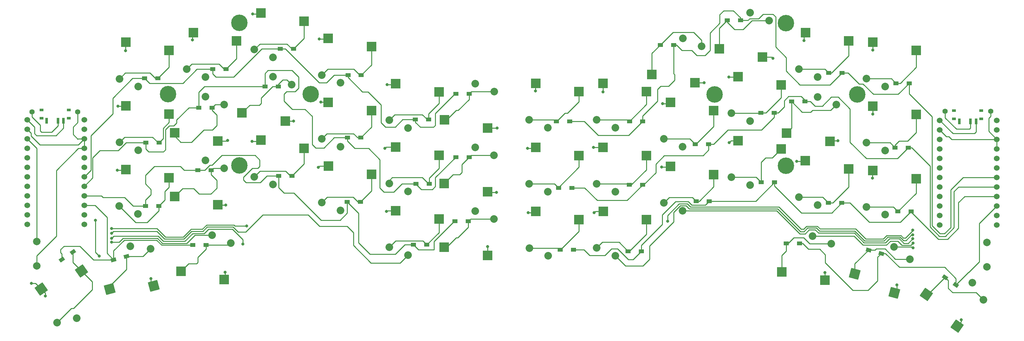
<source format=gbr>
%TF.GenerationSoftware,KiCad,Pcbnew,(6.0.5-0)*%
%TF.CreationDate,2022-07-02T18:36:44-07:00*%
%TF.ProjectId,Swept_3x6,53776570-745f-4337-9836-2e6b69636164,rev?*%
%TF.SameCoordinates,Original*%
%TF.FileFunction,Copper,L2,Bot*%
%TF.FilePolarity,Positive*%
%FSLAX46Y46*%
G04 Gerber Fmt 4.6, Leading zero omitted, Abs format (unit mm)*
G04 Created by KiCad (PCBNEW (6.0.5-0)) date 2022-07-02 18:36:44*
%MOMM*%
%LPD*%
G01*
G04 APERTURE LIST*
G04 Aperture macros list*
%AMRotRect*
0 Rectangle, with rotation*
0 The origin of the aperture is its center*
0 $1 length*
0 $2 width*
0 $3 Rotation angle, in degrees counterclockwise*
0 Add horizontal line*
21,1,$1,$2,0,0,$3*%
G04 Aperture macros list end*
%TA.AperFunction,ComponentPad*%
%ADD10C,1.524000*%
%TD*%
%TA.AperFunction,ComponentPad*%
%ADD11C,2.032000*%
%TD*%
%TA.AperFunction,SMDPad,CuDef*%
%ADD12R,2.600000X2.600000*%
%TD*%
%TA.AperFunction,SMDPad,CuDef*%
%ADD13RotRect,2.600000X2.600000X165.000000*%
%TD*%
%TA.AperFunction,ComponentPad*%
%ADD14C,2.000000*%
%TD*%
%TA.AperFunction,ComponentPad*%
%ADD15C,4.400000*%
%TD*%
%TA.AperFunction,SMDPad,CuDef*%
%ADD16RotRect,2.600000X2.600000X195.000000*%
%TD*%
%TA.AperFunction,SMDPad,CuDef*%
%ADD17RotRect,2.600000X2.600000X145.000000*%
%TD*%
%TA.AperFunction,ComponentPad*%
%ADD18C,1.397000*%
%TD*%
%TA.AperFunction,SMDPad,CuDef*%
%ADD19RotRect,2.600000X2.600000X35.000000*%
%TD*%
%TA.AperFunction,SMDPad,CuDef*%
%ADD20R,1.400000X1.000000*%
%TD*%
%TA.AperFunction,SMDPad,CuDef*%
%ADD21R,1.000000X0.800000*%
%TD*%
%TA.AperFunction,SMDPad,CuDef*%
%ADD22R,0.700000X1.500000*%
%TD*%
%TA.AperFunction,SMDPad,CuDef*%
%ADD23RotRect,1.400000X1.000000X145.000000*%
%TD*%
%TA.AperFunction,SMDPad,CuDef*%
%ADD24RotRect,1.400000X1.000000X35.000000*%
%TD*%
%TA.AperFunction,SMDPad,CuDef*%
%ADD25RotRect,1.400000X1.000000X165.000000*%
%TD*%
%TA.AperFunction,SMDPad,CuDef*%
%ADD26RotRect,1.400000X1.000000X15.000000*%
%TD*%
%TA.AperFunction,ViaPad*%
%ADD27C,0.800000*%
%TD*%
%TA.AperFunction,Conductor*%
%ADD28C,0.250000*%
%TD*%
G04 APERTURE END LIST*
D10*
%TO.P,U1,1,TX*%
%TO.N,unconnected-(U1-Pad1)*%
X277659800Y-49850000D03*
%TO.P,U1,2,RX*%
%TO.N,unconnected-(U1-Pad2)*%
X277659800Y-52390000D03*
%TO.P,U1,3,GND*%
%TO.N,gnd*%
X277659800Y-54930000D03*
%TO.P,U1,4,GND*%
X277659800Y-57470000D03*
%TO.P,U1,5,SDA*%
%TO.N,unconnected-(U1-Pad5)*%
X277659800Y-60010000D03*
%TO.P,U1,6,SCL*%
%TO.N,unconnected-(U1-Pad6)*%
X277659800Y-62550000D03*
%TO.P,U1,7,D4*%
%TO.N,row_0*%
X277659800Y-65090000D03*
%TO.P,U1,8,C6*%
%TO.N,row_1*%
X277659800Y-67630000D03*
%TO.P,U1,9,D7*%
%TO.N,row_2*%
X277659800Y-70170000D03*
%TO.P,U1,10,E6*%
%TO.N,row_3*%
X277659800Y-72710000D03*
%TO.P,U1,11,B4*%
%TO.N,unconnected-(U1-Pad11)*%
X277659800Y-75250000D03*
%TO.P,U1,12,B5*%
%TO.N,unconnected-(U1-Pad12)*%
X277659800Y-77790000D03*
%TO.P,U1,13,B6*%
%TO.N,unconnected-(U1-Pad13)*%
X262439800Y-77790000D03*
%TO.P,U1,14,B2*%
%TO.N,unconnected-(U1-Pad14)*%
X262439800Y-75250000D03*
%TO.P,U1,15,B3*%
%TO.N,col5*%
X262439800Y-72710000D03*
%TO.P,U1,16,B1*%
%TO.N,col4*%
X262439800Y-70170000D03*
%TO.P,U1,17,F7*%
%TO.N,col3*%
X262439800Y-67630000D03*
%TO.P,U1,18,F6*%
%TO.N,col2*%
X262439800Y-65090000D03*
%TO.P,U1,19,F5*%
%TO.N,col1*%
X262439800Y-62550000D03*
%TO.P,U1,20,F4*%
%TO.N,col0*%
X262439800Y-60010000D03*
%TO.P,U1,21,VCC*%
%TO.N,vcc*%
X262439800Y-57470000D03*
%TO.P,U1,22,RST*%
%TO.N,reset*%
X262439800Y-54930000D03*
%TO.P,U1,23,GND*%
%TO.N,gnd*%
X262439800Y-52390000D03*
%TO.P,U1,24,RAW*%
%TO.N,raw*%
X262439800Y-49850000D03*
%TD*%
D11*
%TO.P,SW16,1,1*%
%TO.N,col2*%
X193776600Y-74022800D03*
D12*
X190501600Y-62172800D03*
%TO.P,SW16,2,2*%
%TO.N,Net-(D14-Pad2)*%
X202051600Y-64372800D03*
D11*
X188776600Y-71922800D03*
%TD*%
D12*
%TO.P,SW20,1,1*%
%TO.N,col3*%
X231748000Y-92589400D03*
D11*
X228473000Y-80739400D03*
%TO.P,SW20,2,2*%
%TO.N,Net-(D18-Pad2)*%
X233473000Y-82839400D03*
D12*
X220198000Y-90389400D03*
%TD*%
D11*
%TO.P,SW15,1,1*%
%TO.N,col1*%
X175818800Y-86037000D03*
D12*
X172543800Y-74187000D03*
D11*
%TO.P,SW15,2,2*%
%TO.N,Net-(D13-Pad2)*%
X170818800Y-83937000D03*
D12*
X184093800Y-76387000D03*
%TD*%
D11*
%TO.P,SW21,1,1*%
%TO.N,col4*%
X250193032Y-83658238D03*
D13*
X250289434Y-95952091D03*
%TO.P,SW21,2,2*%
%TO.N,Net-(D19-Pad2)*%
X239702392Y-90837694D03*
D11*
X254479142Y-86980777D03*
%TD*%
%TO.P,SW17,1,1*%
%TO.N,col3*%
X211785200Y-67139400D03*
D12*
X208510200Y-55289400D03*
%TO.P,SW17,2,2*%
%TO.N,Net-(D15-Pad2)*%
X220060200Y-57489400D03*
D11*
X206785200Y-65039400D03*
%TD*%
%TO.P,SW18,1,1*%
%TO.N,col4*%
X229793800Y-72498800D03*
D12*
X226518800Y-60648800D03*
%TO.P,SW18,2,2*%
%TO.N,Net-(D16-Pad2)*%
X238068800Y-62848800D03*
D11*
X224793800Y-70398800D03*
%TD*%
D12*
%TO.P,SW4,1,1*%
%TO.N,col2*%
X197077000Y-39833600D03*
D11*
X193802000Y-27983600D03*
D12*
%TO.P,SW4,2,2*%
%TO.N,Net-(D2-Pad2)*%
X185527000Y-37633600D03*
D11*
X198802000Y-30083600D03*
%TD*%
%TO.P,SW3,1,1*%
%TO.N,col1*%
X175793400Y-51823200D03*
D12*
X172518400Y-39973200D03*
D11*
%TO.P,SW3,2,2*%
%TO.N,Net-(D1-Pad2)*%
X170793400Y-49723200D03*
D12*
X184068400Y-42173200D03*
%TD*%
D11*
%TO.P,SW9,1,1*%
%TO.N,col1*%
X175793400Y-68917400D03*
D12*
X172518400Y-57067400D03*
%TO.P,SW9,2,2*%
%TO.N,Net-(D7-Pad2)*%
X184068400Y-59267400D03*
D11*
X170793400Y-66817400D03*
%TD*%
D12*
%TO.P,SW14,1,1*%
%TO.N,col0*%
X154535200Y-74212400D03*
D11*
X157810200Y-86062400D03*
D12*
%TO.P,SW14,2,2*%
%TO.N,Net-(D12-Pad2)*%
X166085200Y-76412400D03*
D11*
X152810200Y-83962400D03*
%TD*%
D12*
%TO.P,SW12,1,1*%
%TO.N,col4*%
X233068800Y-55429200D03*
D11*
X229793800Y-43579200D03*
%TO.P,SW12,2,2*%
%TO.N,Net-(D10-Pad2)*%
X234793800Y-45679200D03*
D12*
X221518800Y-53229200D03*
%TD*%
D11*
%TO.P,SW11,1,1*%
%TO.N,col3*%
X211785200Y-50019800D03*
D12*
X208510200Y-38169800D03*
D11*
%TO.P,SW11,2,2*%
%TO.N,Net-(D9-Pad2)*%
X206785200Y-47919800D03*
D12*
X220060200Y-40369800D03*
%TD*%
%TO.P,SW8,1,1*%
%TO.N,col0*%
X154509800Y-57092800D03*
D11*
X157784800Y-68942800D03*
D12*
%TO.P,SW8,2,2*%
%TO.N,Net-(D6-Pad2)*%
X166059800Y-59292800D03*
D11*
X152784800Y-66842800D03*
%TD*%
D12*
%TO.P,SW6,1,1*%
%TO.N,col4*%
X226544200Y-26409600D03*
D11*
X229819200Y-38259600D03*
D12*
%TO.P,SW6,2,2*%
%TO.N,Net-(D4-Pad2)*%
X238094200Y-28609600D03*
D11*
X224819200Y-36159600D03*
%TD*%
%TO.P,SW5,1,1*%
%TO.N,col3*%
X211810600Y-21125600D03*
D12*
X215085600Y-32975600D03*
%TO.P,SW5,2,2*%
%TO.N,Net-(D3-Pad2)*%
X203535600Y-30775600D03*
D11*
X216810600Y-23225600D03*
%TD*%
D12*
%TO.P,SW2,1,1*%
%TO.N,col0*%
X154509800Y-39973200D03*
D11*
X157784800Y-51823200D03*
%TO.P,SW2,2,2*%
%TO.N,Net-(D0-Pad2)*%
X152784800Y-49723200D03*
D12*
X166059800Y-42173200D03*
%TD*%
D14*
%TO.P,RSW1,1,1*%
%TO.N,gnd*%
X275031200Y-82500400D03*
%TO.P,RSW1,2,2*%
%TO.N,reset*%
X275031200Y-89000400D03*
%TD*%
D12*
%TO.P,SW10,1,1*%
%TO.N,col2*%
X190501600Y-45053200D03*
D11*
X193776600Y-56903200D03*
D12*
%TO.P,SW10,2,2*%
%TO.N,Net-(D8-Pad2)*%
X202051600Y-47253200D03*
D11*
X188776600Y-54803200D03*
%TD*%
D15*
%TO.P,REF\u002A\u002A,1*%
%TO.N,N/C*%
X240352000Y-42936000D03*
X202252000Y-42936000D03*
X221302000Y-23886000D03*
X221302000Y-61986000D03*
%TD*%
D10*
%TO.P,U2,1,TX*%
%TO.N,unconnected-(U2-Pad1)*%
X33942000Y-49722800D03*
%TO.P,U2,2,RX*%
%TO.N,unconnected-(U2-Pad2)*%
X33942000Y-52262800D03*
%TO.P,U2,3,GND*%
%TO.N,gnd_r*%
X33942000Y-54802800D03*
%TO.P,U2,4,GND*%
X33942000Y-57342800D03*
%TO.P,U2,5,SDA*%
%TO.N,unconnected-(U2-Pad5)*%
X33942000Y-59882800D03*
%TO.P,U2,6,SCL*%
%TO.N,unconnected-(U2-Pad6)*%
X33942000Y-62422800D03*
%TO.P,U2,7,D4*%
%TO.N,row_0r*%
X33942000Y-64962800D03*
%TO.P,U2,8,C6*%
%TO.N,row_1r*%
X33942000Y-67502800D03*
%TO.P,U2,9,D7*%
%TO.N,row_2r*%
X33942000Y-70042800D03*
%TO.P,U2,10,E6*%
%TO.N,row_3r*%
X33942000Y-72582800D03*
%TO.P,U2,11,B4*%
%TO.N,unconnected-(U2-Pad11)*%
X33942000Y-75122800D03*
%TO.P,U2,12,B5*%
%TO.N,unconnected-(U2-Pad12)*%
X33942000Y-77662800D03*
%TO.P,U2,13,B6*%
%TO.N,unconnected-(U2-Pad13)*%
X18722000Y-77662800D03*
%TO.P,U2,14,B2*%
%TO.N,unconnected-(U2-Pad14)*%
X18722000Y-75122800D03*
%TO.P,U2,15,B3*%
%TO.N,col5r*%
X18722000Y-72582800D03*
%TO.P,U2,16,B1*%
%TO.N,col4r*%
X18722000Y-70042800D03*
%TO.P,U2,17,F7*%
%TO.N,col3r*%
X18722000Y-67502800D03*
%TO.P,U2,18,F6*%
%TO.N,col2r*%
X18722000Y-64962800D03*
%TO.P,U2,19,F5*%
%TO.N,col1r*%
X18722000Y-62422800D03*
%TO.P,U2,20,F4*%
%TO.N,col0r*%
X18722000Y-59882800D03*
%TO.P,U2,21,VCC*%
%TO.N,vcc_r*%
X18722000Y-57342800D03*
%TO.P,U2,22,RST*%
%TO.N,reset_r*%
X18722000Y-54802800D03*
%TO.P,U2,23,GND*%
%TO.N,gnd_r*%
X18722000Y-52262800D03*
%TO.P,U2,24,RAW*%
%TO.N,raw_r*%
X18722000Y-49722800D03*
%TD*%
D12*
%TO.P,SW17_r1,1,1*%
%TO.N,col3r*%
X81103800Y-55162400D03*
D11*
X84378800Y-67012400D03*
%TO.P,SW17_r1,2,2*%
%TO.N,Net-(Dr15-Pad2)*%
X79378800Y-64912400D03*
D12*
X92653800Y-57362400D03*
%TD*%
D11*
%TO.P,SW11_r1,1,1*%
%TO.N,col3r*%
X84353400Y-38219800D03*
D12*
X87628400Y-50069800D03*
%TO.P,SW11_r1,2,2*%
%TO.N,Net-(Dr9-Pad2)*%
X76078400Y-47869800D03*
D11*
X89353400Y-40319800D03*
%TD*%
%TO.P,SW15_r1,1,1*%
%TO.N,col1r*%
X120396000Y-85859200D03*
D12*
X117121000Y-74009200D03*
D11*
%TO.P,SW15_r1,2,2*%
%TO.N,Net-(Dr13-Pad2)*%
X115396000Y-83759200D03*
D12*
X128671000Y-76209200D03*
%TD*%
D11*
%TO.P,SW18_r1,1,1*%
%TO.N,col4r*%
X66344800Y-60521000D03*
D12*
X69619800Y-72371000D03*
D11*
%TO.P,SW18_r1,2,2*%
%TO.N,Net-(Dr16-Pad2)*%
X71344800Y-62621000D03*
D12*
X58069800Y-70171000D03*
%TD*%
D11*
%TO.P,SW6_r1,1,1*%
%TO.N,col4r*%
X66344800Y-38259600D03*
D12*
X63069800Y-26409600D03*
%TO.P,SW6_r1,2,2*%
%TO.N,Net-(Dr4-Pad2)*%
X74619800Y-28609600D03*
D11*
X61344800Y-36159600D03*
%TD*%
%TO.P,SW5_r1,1,1*%
%TO.N,col3r*%
X84378800Y-33001800D03*
D12*
X81103800Y-21151800D03*
D11*
%TO.P,SW5_r1,2,2*%
%TO.N,Net-(Dr3-Pad2)*%
X79378800Y-30901800D03*
D12*
X92653800Y-23351800D03*
%TD*%
D11*
%TO.P,SW2_r1,1,1*%
%TO.N,col0r*%
X138404600Y-40074000D03*
D12*
X141679600Y-51924000D03*
D11*
%TO.P,SW2_r1,2,2*%
%TO.N,Net-(Dr0-Pad2)*%
X143404600Y-42174000D03*
D12*
X130129600Y-49724000D03*
%TD*%
D11*
%TO.P,SW16_r1,1,1*%
%TO.N,col2r*%
X102412800Y-73895800D03*
D12*
X99137800Y-62045800D03*
%TO.P,SW16_r1,2,2*%
%TO.N,Net-(Dr14-Pad2)*%
X110687800Y-64245800D03*
D11*
X97412800Y-71795800D03*
%TD*%
D12*
%TO.P,SW4_r1,1,1*%
%TO.N,col2r*%
X99112400Y-27984400D03*
D11*
X102387400Y-39834400D03*
%TO.P,SW4_r1,2,2*%
%TO.N,Net-(Dr2-Pad2)*%
X97387400Y-37734400D03*
D12*
X110662400Y-30184400D03*
%TD*%
%TO.P,SW13_r1,1,1*%
%TO.N,col5r*%
X45061200Y-45993000D03*
D11*
X48336200Y-57843000D03*
D12*
%TO.P,SW13_r1,2,2*%
%TO.N,Net-(Dr11-Pad2)*%
X56611200Y-48193000D03*
D11*
X43336200Y-55743000D03*
%TD*%
%TO.P,SW12_r1,1,1*%
%TO.N,col4r*%
X66344800Y-43528400D03*
D12*
X69619800Y-55378400D03*
%TO.P,SW12_r1,2,2*%
%TO.N,Net-(Dr10-Pad2)*%
X58069800Y-53178400D03*
D11*
X71344800Y-45628400D03*
%TD*%
D12*
%TO.P,SW3_r1,1,1*%
%TO.N,col1r*%
X117121000Y-40024000D03*
D11*
X120396000Y-51874000D03*
D12*
%TO.P,SW3_r1,2,2*%
%TO.N,Net-(Dr1-Pad2)*%
X128671000Y-42224000D03*
D11*
X115396000Y-49774000D03*
%TD*%
%TO.P,SW8_r1,1,1*%
%TO.N,col0r*%
X138379200Y-57066600D03*
D12*
X141654200Y-68916600D03*
D11*
%TO.P,SW8_r1,2,2*%
%TO.N,Net-(Dr6-Pad2)*%
X143379200Y-59166600D03*
D12*
X130104200Y-66716600D03*
%TD*%
D16*
%TO.P,SW21_r1,1,1*%
%TO.N,col4r*%
X52480780Y-94053626D03*
D11*
X46250368Y-83455038D03*
D16*
%TO.P,SW21_r1,2,2*%
%TO.N,Net-(Dr19-Pad2)*%
X40754935Y-94917949D03*
D11*
X51623517Y-84189387D03*
%TD*%
D12*
%TO.P,SW9_r1,1,1*%
%TO.N,col1r*%
X117121000Y-57016600D03*
D11*
X120396000Y-68866600D03*
%TO.P,SW9_r1,2,2*%
%TO.N,Net-(Dr7-Pad2)*%
X115396000Y-66766600D03*
D12*
X128671000Y-59216600D03*
%TD*%
D11*
%TO.P,SW20_r1,1,1*%
%TO.N,col3r*%
X68072000Y-80510800D03*
D12*
X71347000Y-92360800D03*
D11*
%TO.P,SW20_r1,2,2*%
%TO.N,Net-(Dr18-Pad2)*%
X73072000Y-82610800D03*
D12*
X59797000Y-90160800D03*
%TD*%
%TO.P,SW7_r1,1,1*%
%TO.N,col5r*%
X45061200Y-29000400D03*
D11*
X48336200Y-40850400D03*
D12*
%TO.P,SW7_r1,2,2*%
%TO.N,Net-(Dr5-Pad2)*%
X56611200Y-31200400D03*
D11*
X43336200Y-38750400D03*
%TD*%
D15*
%TO.P,REF\u002A\u002A,1*%
%TO.N,N/C*%
X94407400Y-42878400D03*
X56307400Y-42878400D03*
X75357400Y-61928400D03*
X75357400Y-23828400D03*
%TD*%
D14*
%TO.P,RSW2,1,1*%
%TO.N,gnd_r*%
X21285200Y-88721000D03*
%TO.P,RSW2,2,2*%
%TO.N,reset_r*%
X21285200Y-82221000D03*
%TD*%
D12*
%TO.P,SW13,1,1*%
%TO.N,col5*%
X244552800Y-46094600D03*
D11*
X247827800Y-57944600D03*
%TO.P,SW13,2,2*%
%TO.N,Net-(D11-Pad2)*%
X242827800Y-55844600D03*
D12*
X256102800Y-48294600D03*
%TD*%
D11*
%TO.P,SW22,1,1*%
%TO.N,col5*%
X271150901Y-93211003D03*
D17*
X267036743Y-104796417D03*
%TO.P,SW22,2,2*%
%TO.N,Net-(D20-Pad2)*%
X258837405Y-96369475D03*
D11*
X274042151Y-97799104D03*
%TD*%
%TO.P,SW19,1,1*%
%TO.N,col5*%
X247827800Y-75064200D03*
D12*
X244552800Y-63214200D03*
D11*
%TO.P,SW19,2,2*%
%TO.N,Net-(D17-Pad2)*%
X242827800Y-72964200D03*
D12*
X256102800Y-65414200D03*
%TD*%
%TO.P,SW19_r1,1,1*%
%TO.N,col5r*%
X45035800Y-63011000D03*
D11*
X48310800Y-74861000D03*
%TO.P,SW19_r1,2,2*%
%TO.N,Net-(Dr17-Pad2)*%
X43310800Y-72761000D03*
D12*
X56585800Y-65211000D03*
%TD*%
D18*
%TO.P,Bat+1,1,1*%
%TO.N,BT+*%
X263855200Y-47396400D03*
%TD*%
D12*
%TO.P,SW10_r1,1,1*%
%TO.N,col2r*%
X99112400Y-45027800D03*
D11*
X102387400Y-56877800D03*
%TO.P,SW10_r1,2,2*%
%TO.N,Net-(Dr8-Pad2)*%
X97387400Y-54777800D03*
D12*
X110662400Y-47227800D03*
%TD*%
D19*
%TO.P,SW22_r1,1,1*%
%TO.N,col5r*%
X22489033Y-94916438D03*
D11*
X31968637Y-102744927D03*
D19*
%TO.P,SW22_r1,2,2*%
%TO.N,Net-(Dr20-Pad2)*%
X33212108Y-90093765D03*
D11*
X26668366Y-103892590D03*
%TD*%
D18*
%TO.P,BatGND1,1,1*%
%TO.N,gnd*%
X275996400Y-47447200D03*
%TD*%
%TO.P,Bat+r1,1,1*%
%TO.N,BT+_r*%
X20040600Y-47574200D03*
%TD*%
D12*
%TO.P,SW14_r1,1,1*%
%TO.N,col0r*%
X141654200Y-85934600D03*
D11*
X138379200Y-74084600D03*
D12*
%TO.P,SW14_r1,2,2*%
%TO.N,Net-(Dr12-Pad2)*%
X130104200Y-83734600D03*
D11*
X143379200Y-76184600D03*
%TD*%
%TO.P,SW7,1,1*%
%TO.N,col5*%
X247827800Y-40825000D03*
D12*
X244552800Y-28975000D03*
%TO.P,SW7,2,2*%
%TO.N,Net-(D5-Pad2)*%
X256102800Y-31175000D03*
D11*
X242827800Y-38725000D03*
%TD*%
D18*
%TO.P,BatGND4,1,1*%
%TO.N,gnd_r*%
X32207200Y-47625000D03*
%TD*%
D20*
%TO.P,D7,1,K*%
%TO.N,row_1*%
X183054800Y-67081400D03*
%TO.P,D7,2,A*%
%TO.N,Net-(D7-Pad2)*%
X179504800Y-67081400D03*
%TD*%
%TO.P,D18,1,K*%
%TO.N,row_3*%
X224987200Y-82727800D03*
%TO.P,D18,2,A*%
%TO.N,Net-(D18-Pad2)*%
X221437200Y-82727800D03*
%TD*%
%TO.P,Dr16,1,K*%
%TO.N,row_2r*%
X64315800Y-63195200D03*
%TO.P,Dr16,2,A*%
%TO.N,Net-(Dr16-Pad2)*%
X67865800Y-63195200D03*
%TD*%
%TO.P,Dr6,1,K*%
%TO.N,row_1r*%
X133172200Y-59690000D03*
%TO.P,Dr6,2,A*%
%TO.N,Net-(Dr6-Pad2)*%
X136722200Y-59690000D03*
%TD*%
%TO.P,Dr15,1,K*%
%TO.N,row_2r*%
X85905800Y-64693800D03*
%TO.P,Dr15,2,A*%
%TO.N,Net-(Dr15-Pad2)*%
X89455800Y-64693800D03*
%TD*%
%TO.P,Dr3,1,K*%
%TO.N,row_0r*%
X86312200Y-30759400D03*
%TO.P,Dr3,2,A*%
%TO.N,Net-(Dr3-Pad2)*%
X89862200Y-30759400D03*
%TD*%
%TO.P,Dr18,1,K*%
%TO.N,row_3r*%
X62915800Y-83159600D03*
%TO.P,Dr18,2,A*%
%TO.N,Net-(Dr18-Pad2)*%
X66465800Y-83159600D03*
%TD*%
%TO.P,Dr9,1,K*%
%TO.N,row_1r*%
X82197400Y-40843200D03*
%TO.P,Dr9,2,A*%
%TO.N,Net-(Dr9-Pad2)*%
X85747400Y-40843200D03*
%TD*%
%TO.P,D11,1,K*%
%TO.N,row_1*%
X254044800Y-57124600D03*
%TO.P,D11,2,A*%
%TO.N,Net-(D11-Pad2)*%
X250494800Y-57124600D03*
%TD*%
%TO.P,D17,1,K*%
%TO.N,row_2*%
X254781400Y-74193400D03*
%TO.P,D17,2,A*%
%TO.N,Net-(D17-Pad2)*%
X251231400Y-74193400D03*
%TD*%
%TO.P,D15,1,K*%
%TO.N,row_2*%
X218281600Y-66421000D03*
%TO.P,D15,2,A*%
%TO.N,Net-(D15-Pad2)*%
X214731600Y-66421000D03*
%TD*%
%TO.P,D2,1,K*%
%TO.N,row_0*%
X191335200Y-29692600D03*
%TO.P,D2,2,A*%
%TO.N,Net-(D2-Pad2)*%
X187785200Y-29692600D03*
%TD*%
%TO.P,Dr4,1,K*%
%TO.N,row_0r*%
X68252800Y-36169600D03*
%TO.P,Dr4,2,A*%
%TO.N,Net-(Dr4-Pad2)*%
X71802800Y-36169600D03*
%TD*%
%TO.P,D13,1,K*%
%TO.N,row_2*%
X182750000Y-84861400D03*
%TO.P,D13,2,A*%
%TO.N,Net-(D13-Pad2)*%
X179200000Y-84861400D03*
%TD*%
%TO.P,Dr10,1,K*%
%TO.N,row_1r*%
X64519000Y-46456600D03*
%TO.P,Dr10,2,A*%
%TO.N,Net-(Dr10-Pad2)*%
X68069000Y-46456600D03*
%TD*%
D21*
%TO.P,SW_POWER1,*%
%TO.N,*%
X273525000Y-47228800D03*
X266225000Y-49438800D03*
X273525000Y-49438800D03*
X266225000Y-47228800D03*
D22*
%TO.P,SW_POWER1,1,A*%
%TO.N,unconnected-(SW_POWER1-Pad1)*%
X267625000Y-50088800D03*
%TO.P,SW_POWER1,2,B*%
%TO.N,BT+*%
X270625000Y-50088800D03*
%TO.P,SW_POWER1,3,C*%
%TO.N,raw*%
X272125000Y-50088800D03*
%TD*%
D20*
%TO.P,D6,1,K*%
%TO.N,row_1*%
X164157200Y-67894200D03*
%TO.P,D6,2,A*%
%TO.N,Net-(D6-Pad2)*%
X160607200Y-67894200D03*
%TD*%
%TO.P,D3,1,K*%
%TO.N,row_0*%
X209191400Y-23139400D03*
%TO.P,D3,2,A*%
%TO.N,Net-(D3-Pad2)*%
X205641400Y-23139400D03*
%TD*%
%TO.P,Dr11,1,K*%
%TO.N,row_1r*%
X50396600Y-55829200D03*
%TO.P,Dr11,2,A*%
%TO.N,Net-(Dr11-Pad2)*%
X53946600Y-55829200D03*
%TD*%
%TO.P,Dr2,1,K*%
%TO.N,row_0r*%
X104371600Y-37769800D03*
%TO.P,Dr2,2,A*%
%TO.N,Net-(Dr2-Pad2)*%
X107921600Y-37769800D03*
%TD*%
D23*
%TO.P,D20,1,K*%
%TO.N,row_3*%
X266737790Y-93806396D03*
%TO.P,D20,2,A*%
%TO.N,Net-(D20-Pad2)*%
X263829800Y-91770200D03*
%TD*%
D20*
%TO.P,D16,1,K*%
%TO.N,row_2*%
X236239400Y-71907400D03*
%TO.P,D16,2,A*%
%TO.N,Net-(D16-Pad2)*%
X232689400Y-71907400D03*
%TD*%
%TO.P,Dr0,1,K*%
%TO.N,row_0r*%
X133172200Y-42773600D03*
%TO.P,Dr0,2,A*%
%TO.N,Net-(Dr0-Pad2)*%
X136722200Y-42773600D03*
%TD*%
D24*
%TO.P,Dr20,1,K*%
%TO.N,row_3r*%
X27978410Y-87075396D03*
%TO.P,Dr20,2,A*%
%TO.N,Net-(Dr20-Pad2)*%
X30886400Y-85039200D03*
%TD*%
D20*
%TO.P,Dr7,1,K*%
%TO.N,row_1r*%
X122532600Y-66802000D03*
%TO.P,Dr7,2,A*%
%TO.N,Net-(Dr7-Pad2)*%
X126082600Y-66802000D03*
%TD*%
%TO.P,Dr5,1,K*%
%TO.N,row_0r*%
X50066400Y-38633400D03*
%TO.P,Dr5,2,A*%
%TO.N,Net-(Dr5-Pad2)*%
X53616400Y-38633400D03*
%TD*%
%TO.P,Dr12,1,K*%
%TO.N,row_2r*%
X132943600Y-76835000D03*
%TO.P,Dr12,2,A*%
%TO.N,Net-(Dr12-Pad2)*%
X136493600Y-76835000D03*
%TD*%
D25*
%TO.P,D19,1,K*%
%TO.N,row_3*%
X246837236Y-85399208D03*
%TO.P,D19,2,A*%
%TO.N,Net-(D19-Pad2)*%
X243408200Y-84480400D03*
%TD*%
D20*
%TO.P,Dr1,1,K*%
%TO.N,row_0r*%
X122380200Y-49657000D03*
%TO.P,Dr1,2,A*%
%TO.N,Net-(Dr1-Pad2)*%
X125930200Y-49657000D03*
%TD*%
D21*
%TO.P,SW_POWERR1,*%
%TO.N,*%
X22512000Y-47101800D03*
X29812000Y-47101800D03*
X22512000Y-49311800D03*
X29812000Y-49311800D03*
D22*
%TO.P,SW_POWERR1,1,A*%
%TO.N,unconnected-(SW_POWERR1-Pad1)*%
X23912000Y-49961800D03*
%TO.P,SW_POWERR1,2,B*%
%TO.N,BT+_r*%
X26912000Y-49961800D03*
%TO.P,SW_POWERR1,3,C*%
%TO.N,raw_r*%
X28412000Y-49961800D03*
%TD*%
D20*
%TO.P,Dr14,1,K*%
%TO.N,row_2r*%
X104193800Y-71602600D03*
%TO.P,Dr14,2,A*%
%TO.N,Net-(Dr14-Pad2)*%
X107743800Y-71602600D03*
%TD*%
%TO.P,D10,1,K*%
%TO.N,row_1*%
X226409600Y-44831000D03*
%TO.P,D10,2,A*%
%TO.N,Net-(D10-Pad2)*%
X222859600Y-44831000D03*
%TD*%
%TO.P,D9,1,K*%
%TO.N,row_1*%
X218230800Y-47828200D03*
%TO.P,D9,2,A*%
%TO.N,Net-(D9-Pad2)*%
X214680800Y-47828200D03*
%TD*%
%TO.P,Dr13,1,K*%
%TO.N,row_2r*%
X121872200Y-83083400D03*
%TO.P,Dr13,2,A*%
%TO.N,Net-(Dr13-Pad2)*%
X125422200Y-83083400D03*
%TD*%
%TO.P,D12,1,K*%
%TO.N,row_2*%
X164639800Y-84455000D03*
%TO.P,D12,2,A*%
%TO.N,Net-(D12-Pad2)*%
X161089800Y-84455000D03*
%TD*%
%TO.P,D4,1,K*%
%TO.N,row_0*%
X236315600Y-37160200D03*
%TO.P,D4,2,A*%
%TO.N,Net-(D4-Pad2)*%
X232765600Y-37160200D03*
%TD*%
%TO.P,D0,1,K*%
%TO.N,row_0*%
X163623800Y-50088800D03*
%TO.P,D0,2,A*%
%TO.N,Net-(D0-Pad2)*%
X160073800Y-50088800D03*
%TD*%
%TO.P,D14,1,K*%
%TO.N,row_2*%
X200885600Y-71424800D03*
%TO.P,D14,2,A*%
%TO.N,Net-(D14-Pad2)*%
X197335600Y-71424800D03*
%TD*%
%TO.P,Dr8,1,K*%
%TO.N,row_1r*%
X104244600Y-54483000D03*
%TO.P,Dr8,2,A*%
%TO.N,Net-(Dr8-Pad2)*%
X107794600Y-54483000D03*
%TD*%
D26*
%TO.P,Dr19,1,K*%
%TO.N,row_3r*%
X41783000Y-87096600D03*
%TO.P,Dr19,2,A*%
%TO.N,Net-(Dr19-Pad2)*%
X45212036Y-86177792D03*
%TD*%
D20*
%TO.P,D5,1,K*%
%TO.N,row_0*%
X254273400Y-39928800D03*
%TO.P,D5,2,A*%
%TO.N,Net-(D5-Pad2)*%
X250723400Y-39928800D03*
%TD*%
%TO.P,Dr17,1,K*%
%TO.N,row_2r*%
X50320400Y-72771000D03*
%TO.P,Dr17,2,A*%
%TO.N,Net-(Dr17-Pad2)*%
X53870400Y-72771000D03*
%TD*%
%TO.P,D1,1,K*%
%TO.N,row_0*%
X183105600Y-50088800D03*
%TO.P,D1,2,A*%
%TO.N,Net-(D1-Pad2)*%
X179555600Y-50088800D03*
%TD*%
%TO.P,D8,1,K*%
%TO.N,row_1*%
X200704800Y-56261000D03*
%TO.P,D8,2,A*%
%TO.N,Net-(D8-Pad2)*%
X197154800Y-56261000D03*
%TD*%
D27*
%TO.N,col0*%
X189763400Y-76809600D03*
X255219200Y-79171800D03*
X154457400Y-42011600D03*
X152501600Y-74472800D03*
X152323800Y-57302400D03*
%TO.N,col1*%
X255219200Y-80483697D03*
X170103800Y-74498200D03*
X169976800Y-57073800D03*
X172516800Y-42240200D03*
%TO.N,col2*%
X255219200Y-81483200D03*
X188188600Y-62306200D03*
X188417200Y-45364400D03*
X199517000Y-39801800D03*
%TO.N,col3*%
X206121000Y-38277800D03*
X217855800Y-33274000D03*
X206171800Y-55778400D03*
X255270000Y-82651600D03*
X231724200Y-90551000D03*
%TO.N,col4*%
X226187000Y-28549600D03*
X255320800Y-83921600D03*
X235204000Y-55321200D03*
X250952000Y-93827600D03*
X224256600Y-60782200D03*
%TO.N,col5*%
X244475000Y-65303400D03*
X244576600Y-48158400D03*
X244551200Y-31064200D03*
X268198600Y-103124000D03*
%TO.N,col0r*%
X77343000Y-78028800D03*
X41275000Y-78765400D03*
X144170400Y-51866800D03*
X144018000Y-69062600D03*
X141630400Y-83540600D03*
%TO.N,col1r*%
X114249200Y-57327800D03*
X114808000Y-40335200D03*
X114655600Y-74168000D03*
X41249600Y-80010000D03*
%TO.N,col2r*%
X96494600Y-62382400D03*
X97104200Y-44983400D03*
X96723200Y-28092400D03*
X41249600Y-81356200D03*
X76327000Y-82854800D03*
%TO.N,col3r*%
X89814400Y-50063400D03*
X71602600Y-90398600D03*
X78968600Y-21463000D03*
X41249600Y-82397600D03*
X78765400Y-55448200D03*
%TO.N,col4r*%
X51790600Y-92100400D03*
X72212200Y-55194200D03*
X62865000Y-28371800D03*
X71729600Y-72440800D03*
%TO.N,col5r*%
X37973000Y-86131400D03*
X42976800Y-46075600D03*
X23571200Y-96748600D03*
X42773600Y-63169800D03*
X36906200Y-76530200D03*
X45008800Y-31267400D03*
X19837400Y-93370400D03*
%TD*%
D28*
%TO.N,BT+*%
X270357600Y-52197000D02*
X270625000Y-51929600D01*
X270625000Y-51929600D02*
X270625000Y-50088800D01*
X263855200Y-49199800D02*
X266852400Y-52197000D01*
X263855200Y-47396400D02*
X263855200Y-49199800D01*
X266852400Y-52197000D02*
X270357600Y-52197000D01*
%TO.N,gnd*%
X275996400Y-47447200D02*
X275996400Y-48793400D01*
X275488400Y-49301400D02*
X275488400Y-52758600D01*
X275996400Y-48793400D02*
X275488400Y-49301400D01*
X265597600Y-54930000D02*
X277659800Y-54930000D01*
X262439800Y-52390000D02*
X264202600Y-54152800D01*
X264202600Y-54152800D02*
X264820400Y-54152800D01*
X277659800Y-54930000D02*
X277659800Y-57470000D01*
X275488400Y-52758600D02*
X277659800Y-54930000D01*
X264820400Y-54152800D02*
X265597600Y-54930000D01*
%TO.N,raw*%
X272135600Y-52933600D02*
X272125000Y-52923000D01*
X262439800Y-49850000D02*
X265929800Y-53340000D01*
X272125000Y-52923000D02*
X272125000Y-50088800D01*
X271729200Y-53340000D02*
X272135600Y-52933600D01*
X265929800Y-53340000D02*
X271729200Y-53340000D01*
%TO.N,BT+_r*%
X20040600Y-48945800D02*
X22199600Y-51104800D01*
X22199600Y-52679600D02*
X22529800Y-53009800D01*
X25247600Y-53009800D02*
X26912000Y-51345400D01*
X22529800Y-53009800D02*
X25247600Y-53009800D01*
X22199600Y-51104800D02*
X22199600Y-52679600D01*
X26912000Y-51345400D02*
X26912000Y-49961800D01*
X20040600Y-47574200D02*
X20040600Y-48945800D01*
%TO.N,reset_r*%
X21285200Y-57366000D02*
X18722000Y-54802800D01*
X21285200Y-82221000D02*
X21285200Y-57366000D01*
%TO.N,gnd_r*%
X32207200Y-47625000D02*
X32207200Y-50419000D01*
X21285200Y-86004400D02*
X26492200Y-80797400D01*
X26492200Y-80797400D02*
X26492200Y-63246000D01*
X32207200Y-54838600D02*
X32243000Y-54802800D01*
X30988000Y-51638200D02*
X30988000Y-53619400D01*
X26492200Y-63246000D02*
X32395400Y-57342800D01*
X33942000Y-54802800D02*
X33942000Y-57342800D01*
X19735800Y-53276600D02*
X19735800Y-54000400D01*
X32382200Y-56362600D02*
X33942000Y-54802800D01*
X32207200Y-50419000D02*
X30988000Y-51638200D01*
X30988000Y-53619400D02*
X32207200Y-54838600D01*
X22098000Y-56362600D02*
X32382200Y-56362600D01*
X21285200Y-88721000D02*
X21285200Y-86004400D01*
X18722000Y-52262800D02*
X19735800Y-53276600D01*
X32395400Y-57342800D02*
X33942000Y-57342800D01*
X19735800Y-54000400D02*
X22098000Y-56362600D01*
X32243000Y-54802800D02*
X33942000Y-54802800D01*
%TO.N,row_0*%
X263677400Y-80111600D02*
X265328400Y-78460600D01*
X201091800Y-26492200D02*
X203682600Y-23901400D01*
X254273400Y-42742200D02*
X260350000Y-48818800D01*
X197561200Y-32537400D02*
X199720200Y-32537400D01*
X240868200Y-40106600D02*
X241909600Y-40106600D01*
X207289400Y-20548600D02*
X209191400Y-22450600D01*
X268640600Y-65090000D02*
X277659800Y-65090000D01*
X183105600Y-48694800D02*
X187071000Y-44729400D01*
X218592400Y-30251400D02*
X221411800Y-33070800D01*
X217906600Y-21539200D02*
X218592400Y-22225000D01*
X265328400Y-68402200D02*
X268640600Y-65090000D01*
X236315600Y-37160200D02*
X237921800Y-37160200D01*
X179346400Y-53848000D02*
X183105600Y-50088800D01*
X163623800Y-50088800D02*
X167487600Y-50088800D01*
X265328400Y-78460600D02*
X265328400Y-68402200D01*
X203682600Y-21590000D02*
X204724000Y-20548600D01*
X187071000Y-44729400D02*
X187071000Y-41579800D01*
X191335200Y-37385800D02*
X191335200Y-29692600D01*
X233115200Y-40360600D02*
X236315600Y-37160200D01*
X215214200Y-21539200D02*
X217906600Y-21539200D01*
X193598800Y-31191200D02*
X196215000Y-31191200D01*
X211175600Y-23139400D02*
X211658200Y-22656800D01*
X262458200Y-80111600D02*
X263677400Y-80111600D01*
X244678200Y-42875200D02*
X251327000Y-42875200D01*
X196215000Y-31191200D02*
X197561200Y-32537400D01*
X209191400Y-22450600D02*
X209191400Y-23139400D01*
X187934600Y-40716200D02*
X189992000Y-40716200D01*
X191592200Y-39116000D02*
X191592200Y-37642800D01*
X189992000Y-40716200D02*
X191592200Y-39116000D01*
X214096600Y-22656800D02*
X215214200Y-21539200D01*
X241909600Y-40106600D02*
X244678200Y-42875200D01*
X204724000Y-20548600D02*
X207289400Y-20548600D01*
X187071000Y-41579800D02*
X187934600Y-40716200D01*
X167487600Y-50088800D02*
X171246800Y-53848000D01*
X209191400Y-23139400D02*
X211175600Y-23139400D01*
X251327000Y-42875200D02*
X254273400Y-39928800D01*
X191592200Y-37642800D02*
X191335200Y-37385800D01*
X192100200Y-29692600D02*
X193598800Y-31191200D01*
X260350000Y-78003400D02*
X262458200Y-80111600D01*
X254273400Y-39928800D02*
X254273400Y-42742200D01*
X201091800Y-31165800D02*
X201091800Y-26492200D01*
X199720200Y-32537400D02*
X201091800Y-31165800D01*
X221411800Y-36703000D02*
X225069400Y-40360600D01*
X218592400Y-22225000D02*
X218592400Y-30251400D01*
X260350000Y-48818800D02*
X260350000Y-78003400D01*
X171246800Y-53848000D02*
X179346400Y-53848000D01*
X183105600Y-50088800D02*
X183105600Y-48694800D01*
X191335200Y-29692600D02*
X192100200Y-29692600D01*
X211658200Y-22656800D02*
X214096600Y-22656800D01*
X221411800Y-33070800D02*
X221411800Y-36703000D01*
X203682600Y-23901400D02*
X203682600Y-21590000D01*
X237921800Y-37160200D02*
X240868200Y-40106600D01*
X225069400Y-40360600D02*
X233115200Y-40360600D01*
%TO.N,Net-(D0-Pad2)*%
X160147000Y-50088800D02*
X162306000Y-47929800D01*
X159708200Y-49723200D02*
X160073800Y-50088800D01*
X162306000Y-47929800D02*
X163011208Y-47929800D01*
X152784800Y-49723200D02*
X159708200Y-49723200D01*
X163011208Y-47929800D02*
X166059800Y-44881208D01*
X160073800Y-50088800D02*
X160147000Y-50088800D01*
X166059800Y-44881208D02*
X166059800Y-42173200D01*
%TO.N,Net-(D2-Pad2)*%
X198802000Y-28444200D02*
X196672200Y-26314400D01*
X196672200Y-26314400D02*
X191163400Y-26314400D01*
X198802000Y-30083600D02*
X198802000Y-28444200D01*
X185527000Y-31950800D02*
X187785200Y-29692600D01*
X185527000Y-37633600D02*
X185527000Y-31950800D01*
X191163400Y-26314400D02*
X187785200Y-29692600D01*
%TO.N,row_1*%
X167614600Y-67894200D02*
X170967400Y-71247000D01*
X218230800Y-49028000D02*
X218230800Y-47828200D01*
X262305800Y-80822800D02*
X263931400Y-80822800D01*
X219329000Y-47828200D02*
X220903800Y-46253400D01*
X222046800Y-43459400D02*
X225399600Y-43459400D01*
X233476800Y-43637200D02*
X235331000Y-43637200D01*
X251123800Y-60045600D02*
X254044800Y-57124600D01*
X227863400Y-44831000D02*
X229108000Y-46075600D01*
X254044800Y-57124600D02*
X254914400Y-57124600D01*
X200704800Y-57791000D02*
X200704800Y-56261000D01*
X231038400Y-46075600D02*
X233476800Y-43637200D01*
X238480600Y-46786800D02*
X238480600Y-55702200D01*
X220903800Y-44602400D02*
X222046800Y-43459400D01*
X254914400Y-57124600D02*
X259842000Y-62052200D01*
X242824000Y-60045600D02*
X251123800Y-60045600D01*
X186613800Y-61518800D02*
X188849000Y-59283600D01*
X186613800Y-63804800D02*
X186613800Y-61518800D01*
X178917600Y-71247000D02*
X183054800Y-67109800D01*
X226409600Y-44469400D02*
X226409600Y-44831000D01*
X235331000Y-43637200D02*
X238480600Y-46786800D01*
X229108000Y-46075600D02*
X231038400Y-46075600D01*
X205841600Y-52451000D02*
X214807800Y-52451000D01*
X188849000Y-59283600D02*
X199212200Y-59283600D01*
X200704800Y-56261000D02*
X202031600Y-56261000D01*
X263931400Y-80822800D02*
X266242800Y-78511400D01*
X218230800Y-47828200D02*
X219329000Y-47828200D01*
X226409600Y-44831000D02*
X227863400Y-44831000D01*
X266242800Y-68859400D02*
X267472200Y-67630000D01*
X183054800Y-67109800D02*
X183054800Y-67081400D01*
X170967400Y-71247000D02*
X178917600Y-71247000D01*
X266242800Y-78511400D02*
X266242800Y-68859400D01*
X199212200Y-59283600D02*
X200704800Y-57791000D01*
X183054800Y-67081400D02*
X183337200Y-67081400D01*
X238480600Y-55702200D02*
X242824000Y-60045600D01*
X214807800Y-52451000D02*
X218230800Y-49028000D01*
X259842000Y-78359000D02*
X262305800Y-80822800D01*
X202031600Y-56261000D02*
X205841600Y-52451000D01*
X220903800Y-46253400D02*
X220903800Y-44602400D01*
X164157200Y-67894200D02*
X167614600Y-67894200D01*
X267472200Y-67630000D02*
X277659800Y-67630000D01*
X225399600Y-43459400D02*
X226409600Y-44469400D01*
X259842000Y-62052200D02*
X259842000Y-78359000D01*
X183337200Y-67081400D02*
X186613800Y-63804800D01*
%TO.N,Net-(D6-Pad2)*%
X166059800Y-59292800D02*
X166059800Y-62337000D01*
X152784800Y-66842800D02*
X159555800Y-66842800D01*
X159555800Y-66842800D02*
X160607200Y-67894200D01*
X166059800Y-62337000D02*
X160607200Y-67789600D01*
X160607200Y-67789600D02*
X160607200Y-67894200D01*
%TO.N,Net-(D7-Pad2)*%
X184068400Y-63048200D02*
X180035200Y-67081400D01*
X179240800Y-66817400D02*
X179504800Y-67081400D01*
X180035200Y-67081400D02*
X179504800Y-67081400D01*
X184068400Y-59267400D02*
X184068400Y-63048200D01*
X170793400Y-66817400D02*
X179240800Y-66817400D01*
%TO.N,Net-(D8-Pad2)*%
X202051600Y-47253200D02*
X202051600Y-51465800D01*
X188776600Y-54803200D02*
X195697000Y-54803200D01*
X195697000Y-54803200D02*
X197154800Y-56261000D01*
X197256400Y-56261000D02*
X197154800Y-56261000D01*
X202051600Y-51465800D02*
X197256400Y-56261000D01*
%TO.N,row_2*%
X262102600Y-81635600D02*
X264490200Y-81635600D01*
X176377600Y-84201000D02*
X179247800Y-87071200D01*
X188290200Y-77673200D02*
X188290200Y-75133200D01*
X269047000Y-70170000D02*
X277659800Y-70170000D01*
X167436800Y-84455000D02*
X168960800Y-85979000D01*
X238455200Y-71907400D02*
X243636800Y-77089000D01*
X218281600Y-66421000D02*
X218281600Y-67380200D01*
X267436600Y-78689200D02*
X267436600Y-71780400D01*
X174752000Y-84201000D02*
X176377600Y-84201000D01*
X182750000Y-84861400D02*
X182750000Y-83213400D01*
X168960800Y-85979000D02*
X172974000Y-85979000D01*
X179247800Y-87071200D02*
X180540200Y-87071200D01*
X172974000Y-85979000D02*
X174752000Y-84201000D01*
X251885800Y-77089000D02*
X254781400Y-74193400D01*
X233572400Y-74574400D02*
X236239400Y-71907400D01*
X180540200Y-87071200D02*
X182750000Y-84861400D01*
X200885600Y-71424800D02*
X213277800Y-71424800D01*
X264490200Y-81635600D02*
X267436600Y-78689200D01*
X254781400Y-74314400D02*
X262102600Y-81635600D01*
X188290200Y-75133200D02*
X191871600Y-71551800D01*
X236239400Y-71907400D02*
X238455200Y-71907400D01*
X164639800Y-84455000D02*
X167436800Y-84455000D01*
X191871600Y-71551800D02*
X195249800Y-71551800D01*
X267436600Y-71780400D02*
X269047000Y-70170000D01*
X254781400Y-74193400D02*
X254781400Y-74314400D01*
X243636800Y-77089000D02*
X251885800Y-77089000D01*
X195249800Y-71551800D02*
X196215000Y-72517000D01*
X199793400Y-72517000D02*
X200885600Y-71424800D01*
X225475800Y-74574400D02*
X233572400Y-74574400D01*
X213277800Y-71424800D02*
X218281600Y-66421000D01*
X218281600Y-67380200D02*
X225475800Y-74574400D01*
X196215000Y-72517000D02*
X199793400Y-72517000D01*
X182750000Y-83213400D02*
X188290200Y-77673200D01*
%TO.N,Net-(D12-Pad2)*%
X152810200Y-83962400D02*
X160597200Y-83962400D01*
X160597200Y-83962400D02*
X161089800Y-84455000D01*
X161137600Y-84455000D02*
X161089800Y-84455000D01*
X166085200Y-79507400D02*
X161137600Y-84455000D01*
X166085200Y-76412400D02*
X166085200Y-79507400D01*
%TO.N,Net-(D13-Pad2)*%
X184093800Y-80244000D02*
X179476400Y-84861400D01*
X179476400Y-84861400D02*
X179200000Y-84861400D01*
X176761600Y-82423000D02*
X179200000Y-84861400D01*
X170818800Y-83937000D02*
X172332800Y-82423000D01*
X172332800Y-82423000D02*
X176761600Y-82423000D01*
X184093800Y-76387000D02*
X184093800Y-80244000D01*
%TO.N,Net-(D14-Pad2)*%
X196395800Y-70485000D02*
X197335600Y-71424800D01*
X188776600Y-71922800D02*
X190214400Y-70485000D01*
X202051600Y-67594800D02*
X198221600Y-71424800D01*
X202051600Y-64372800D02*
X202051600Y-67594800D01*
X190214400Y-70485000D02*
X196395800Y-70485000D01*
X198221600Y-71424800D02*
X197335600Y-71424800D01*
%TO.N,Net-(D15-Pad2)*%
X206785200Y-65039400D02*
X213350000Y-65039400D01*
X215925400Y-59893200D02*
X214731600Y-61087000D01*
X220060200Y-57489400D02*
X217656400Y-59893200D01*
X213350000Y-65039400D02*
X214731600Y-66421000D01*
X217656400Y-59893200D02*
X215925400Y-59893200D01*
X214731600Y-61087000D02*
X214731600Y-66421000D01*
%TO.N,row_3*%
X224987200Y-82727800D02*
X225856800Y-82727800D01*
X231876600Y-85750400D02*
X231876600Y-87884000D01*
X251637800Y-89077800D02*
X263728200Y-89077800D01*
X246837236Y-85399208D02*
X247959208Y-85399208D01*
X270179800Y-90398600D02*
X272948400Y-87630000D01*
X245846600Y-92684600D02*
X245846600Y-86389844D01*
X230378000Y-84251800D02*
X231876600Y-85750400D01*
X245846600Y-86389844D02*
X246837236Y-85399208D01*
X266737790Y-93806396D02*
X270145586Y-90398600D01*
X272948400Y-77421400D02*
X277659800Y-72710000D01*
X243306600Y-95224600D02*
X245846600Y-92684600D01*
X247959208Y-85399208D02*
X251637800Y-89077800D01*
X239217200Y-95224600D02*
X243306600Y-95224600D01*
X227380800Y-84251800D02*
X230378000Y-84251800D01*
X270145586Y-90398600D02*
X270179800Y-90398600D01*
X225856800Y-82727800D02*
X227380800Y-84251800D01*
X231876600Y-87884000D02*
X239217200Y-95224600D01*
X272948400Y-87630000D02*
X272948400Y-77421400D01*
X266737790Y-92087390D02*
X266737790Y-93806396D01*
X263728200Y-89077800D02*
X266737790Y-92087390D01*
%TO.N,Net-(D19-Pad2)*%
X245160800Y-84480400D02*
X245440200Y-84201000D01*
X245440200Y-84201000D02*
X247802400Y-84201000D01*
X243408200Y-84480400D02*
X239702392Y-88186208D01*
X247802400Y-84201000D02*
X250582177Y-86980777D01*
X239702392Y-88186208D02*
X239702392Y-90837694D01*
X243408200Y-84480400D02*
X245160800Y-84480400D01*
X250582177Y-86980777D02*
X254479142Y-86980777D01*
%TO.N,Net-(D20-Pad2)*%
X263829800Y-91770200D02*
X259230525Y-96369475D01*
X272102647Y-95859600D02*
X274042151Y-97799104D01*
X264718800Y-92659200D02*
X264718800Y-94716600D01*
X263829800Y-91770200D02*
X264718800Y-92659200D01*
X259230525Y-96369475D02*
X258837405Y-96369475D01*
X264718800Y-94716600D02*
X265861800Y-95859600D01*
X265861800Y-95859600D02*
X272102647Y-95859600D01*
%TO.N,col0*%
X229758360Y-78171160D02*
X226857440Y-78171160D01*
X154300200Y-57302400D02*
X154509800Y-57092800D01*
X242646200Y-81508600D02*
X240004600Y-78867000D01*
X194978080Y-72169080D02*
X192829120Y-72169080D01*
X154457400Y-40025600D02*
X154509800Y-39973200D01*
X252034877Y-80584160D02*
X248218840Y-80584160D01*
X219489080Y-73032680D02*
X195841680Y-73032680D01*
X152501600Y-74472800D02*
X154274800Y-74472800D01*
X225374200Y-78917800D02*
X219489080Y-73032680D01*
X154457400Y-42011600D02*
X154457400Y-40025600D01*
X226110800Y-78917800D02*
X225374200Y-78917800D01*
X252705317Y-81254600D02*
X252034877Y-80584160D01*
X240004600Y-78867000D02*
X230454200Y-78867000D01*
X152323800Y-57302400D02*
X154300200Y-57302400D01*
X230454200Y-78867000D02*
X229758360Y-78171160D01*
X189763400Y-75234800D02*
X189763400Y-76809600D01*
X248218840Y-80584160D02*
X247294400Y-81508600D01*
X253263400Y-81254600D02*
X252705317Y-81254600D01*
X226857440Y-78171160D02*
X226110800Y-78917800D01*
X255219200Y-79298800D02*
X253263400Y-81254600D01*
X154274800Y-74472800D02*
X154535200Y-74212400D01*
X192829120Y-72169080D02*
X189763400Y-75234800D01*
X247294400Y-81508600D02*
X242646200Y-81508600D01*
X195841680Y-73032680D02*
X194978080Y-72169080D01*
X255219200Y-79171800D02*
X255219200Y-79298800D01*
%TO.N,col1*%
X253390400Y-81940400D02*
X252755400Y-81940400D01*
X225247200Y-79578200D02*
X219151200Y-73482200D01*
X219151200Y-73482200D02*
X195554600Y-73482200D01*
X255219200Y-80483697D02*
X254847103Y-80483697D01*
X183159400Y-88696800D02*
X178478600Y-88696800D01*
X195554600Y-73482200D02*
X194691000Y-72618600D01*
X184912000Y-83413600D02*
X184912000Y-86944200D01*
X170415000Y-74187000D02*
X172543800Y-74187000D01*
X184912000Y-86944200D02*
X183159400Y-88696800D01*
X247548400Y-82016600D02*
X242341400Y-82016600D01*
X252755400Y-81940400D02*
X251848680Y-81033680D01*
X251848680Y-81033680D02*
X248531320Y-81033680D01*
X172518400Y-39973200D02*
X172518400Y-42238600D01*
X170103800Y-74498200D02*
X170415000Y-74187000D01*
X227119120Y-78620680D02*
X226161600Y-79578200D01*
X254847103Y-80483697D02*
X253390400Y-81940400D01*
X169976800Y-57073800D02*
X169983200Y-57067400D01*
X191338200Y-76987400D02*
X184912000Y-83413600D01*
X191338200Y-74396600D02*
X191338200Y-76987400D01*
X229496680Y-78620680D02*
X227119120Y-78620680D01*
X172518400Y-42238600D02*
X172516800Y-42240200D01*
X226161600Y-79578200D02*
X225247200Y-79578200D01*
X194691000Y-72618600D02*
X193116200Y-72618600D01*
X230276400Y-79400400D02*
X229496680Y-78620680D01*
X248531320Y-81033680D02*
X247548400Y-82016600D01*
X242341400Y-82016600D02*
X239725200Y-79400400D01*
X169983200Y-57067400D02*
X172518400Y-57067400D01*
X239725200Y-79400400D02*
X230276400Y-79400400D01*
X193116200Y-72618600D02*
X191338200Y-74396600D01*
X178478600Y-88696800D02*
X175818800Y-86037000D01*
%TO.N,col2*%
X218904400Y-74022800D02*
X193776600Y-74022800D01*
X227558600Y-79070200D02*
X226466400Y-80162400D01*
X226466400Y-80162400D02*
X225044000Y-80162400D01*
X255219200Y-81483200D02*
X254000000Y-82702400D01*
X225044000Y-80162400D02*
X218904400Y-74022800D01*
X230047800Y-79959200D02*
X229158800Y-79070200D01*
X252831600Y-82702400D02*
X251612400Y-81483200D01*
X188188600Y-62306200D02*
X190368200Y-62306200D01*
X239598200Y-79959200D02*
X230047800Y-79959200D01*
X229158800Y-79070200D02*
X227558600Y-79070200D01*
X190190400Y-45364400D02*
X190501600Y-45053200D01*
X242163600Y-82524600D02*
X239598200Y-79959200D01*
X254000000Y-82702400D02*
X252831600Y-82702400D01*
X190368200Y-62306200D02*
X190501600Y-62172800D01*
X248996200Y-81483200D02*
X247954800Y-82524600D01*
X199517000Y-39801800D02*
X197108800Y-39801800D01*
X251612400Y-81483200D02*
X248996200Y-81483200D01*
X188417200Y-45364400D02*
X190190400Y-45364400D01*
X197108800Y-39801800D02*
X197077000Y-39833600D01*
X247954800Y-82524600D02*
X242163600Y-82524600D01*
%TO.N,col3*%
X249250200Y-82092800D02*
X248183400Y-83159600D01*
X248183400Y-83159600D02*
X241935000Y-83159600D01*
X239514800Y-80739400D02*
X228473000Y-80739400D01*
X241935000Y-83159600D02*
X239514800Y-80739400D01*
X206171800Y-55778400D02*
X206660800Y-55289400D01*
X251231400Y-82092800D02*
X249250200Y-82092800D01*
X231724200Y-92565600D02*
X231748000Y-92589400D01*
X206121000Y-38277800D02*
X208402200Y-38277800D01*
X206660800Y-55289400D02*
X208510200Y-55289400D01*
X254712882Y-83208718D02*
X252347318Y-83208718D01*
X252347318Y-83208718D02*
X251231400Y-82092800D01*
X231724200Y-90551000D02*
X231724200Y-92565600D01*
X217855800Y-33274000D02*
X217557400Y-32975600D01*
X208402200Y-38277800D02*
X208510200Y-38169800D01*
X255270000Y-82651600D02*
X254712882Y-83208718D01*
X217557400Y-32975600D02*
X215085600Y-32975600D01*
%TO.N,col4*%
X235204000Y-55321200D02*
X233176800Y-55321200D01*
X250952000Y-93827600D02*
X250952000Y-95289525D01*
X250952000Y-95289525D02*
X250289434Y-95952091D01*
X255057438Y-83658238D02*
X250193032Y-83658238D01*
X255320800Y-83921600D02*
X255057438Y-83658238D01*
X226385400Y-60782200D02*
X226518800Y-60648800D01*
X233176800Y-55321200D02*
X233068800Y-55429200D01*
X226187000Y-28549600D02*
X226187000Y-26766800D01*
X226187000Y-26766800D02*
X226544200Y-26409600D01*
X224256600Y-60782200D02*
X226385400Y-60782200D01*
%TO.N,col5*%
X244551200Y-28976600D02*
X244552800Y-28975000D01*
X244475000Y-63292000D02*
X244552800Y-63214200D01*
X244576600Y-48158400D02*
X244576600Y-46118400D01*
X244576600Y-46118400D02*
X244552800Y-46094600D01*
X268198600Y-103634560D02*
X267036743Y-104796417D01*
X244551200Y-31064200D02*
X244551200Y-28976600D01*
X244475000Y-65303400D02*
X244475000Y-63292000D01*
X268198600Y-103124000D02*
X268198600Y-103634560D01*
%TO.N,Net-(D1-Pad2)*%
X184068400Y-42173200D02*
X184068400Y-45576000D01*
X179190000Y-49723200D02*
X179555600Y-50088800D01*
X170793400Y-49723200D02*
X179190000Y-49723200D01*
X184068400Y-45576000D02*
X179555600Y-50088800D01*
%TO.N,Net-(D3-Pad2)*%
X203535600Y-25245200D02*
X203535600Y-30775600D01*
X205641400Y-23139400D02*
X205641400Y-23625000D01*
X205641400Y-23625000D02*
X207594200Y-25577800D01*
X205641400Y-23139400D02*
X203535600Y-25245200D01*
X209931000Y-25577800D02*
X212283200Y-23225600D01*
X207594200Y-25577800D02*
X209931000Y-25577800D01*
X212283200Y-23225600D02*
X216810600Y-23225600D01*
%TO.N,Net-(D4-Pad2)*%
X224819200Y-36159600D02*
X231765000Y-36159600D01*
X238094200Y-28609600D02*
X238094200Y-32619000D01*
X238094200Y-32619000D02*
X233553000Y-37160200D01*
X233553000Y-37160200D02*
X232765600Y-37160200D01*
X231765000Y-36159600D02*
X232765600Y-37160200D01*
%TO.N,Net-(D5-Pad2)*%
X251866400Y-39928800D02*
X250723400Y-39928800D01*
X242827800Y-38725000D02*
X249519600Y-38725000D01*
X256102800Y-35692400D02*
X251866400Y-39928800D01*
X249519600Y-38725000D02*
X250723400Y-39928800D01*
X256102800Y-31175000D02*
X256102800Y-35692400D01*
%TO.N,Net-(D9-Pad2)*%
X220060200Y-43795000D02*
X216027000Y-47828200D01*
X206785200Y-47919800D02*
X214589200Y-47919800D01*
X214589200Y-47919800D02*
X214680800Y-47828200D01*
X216027000Y-47828200D02*
X214680800Y-47828200D01*
X220060200Y-40369800D02*
X220060200Y-43795000D01*
%TO.N,Net-(D10-Pad2)*%
X227965000Y-47650400D02*
X228422200Y-47193200D01*
X233279800Y-47193200D02*
X234793800Y-45679200D01*
X222859600Y-51888400D02*
X221518800Y-53229200D01*
X222859600Y-44831000D02*
X222859600Y-51888400D01*
X225679000Y-47650400D02*
X227965000Y-47650400D01*
X222859600Y-44831000D02*
X225679000Y-47650400D01*
X228422200Y-47193200D02*
X233279800Y-47193200D01*
%TO.N,Net-(D11-Pad2)*%
X253822200Y-55397400D02*
X251536200Y-55397400D01*
X249214800Y-55844600D02*
X250494800Y-57124600D01*
X242827800Y-55844600D02*
X249214800Y-55844600D01*
X250494800Y-56438800D02*
X250494800Y-57124600D01*
X256102800Y-53116800D02*
X253822200Y-55397400D01*
X256102800Y-48294600D02*
X256102800Y-53116800D01*
X251536200Y-55397400D02*
X250494800Y-56438800D01*
%TO.N,Net-(D16-Pad2)*%
X224793800Y-70398800D02*
X231180800Y-70398800D01*
X233857800Y-71907400D02*
X232689400Y-71907400D01*
X231180800Y-70398800D02*
X232689400Y-71907400D01*
X238068800Y-67696400D02*
X233857800Y-71907400D01*
X238068800Y-62848800D02*
X238068800Y-67696400D01*
%TO.N,Net-(D17-Pad2)*%
X250002200Y-72964200D02*
X251231400Y-74193400D01*
X256102800Y-65414200D02*
X256102800Y-69322000D01*
X242827800Y-72964200D02*
X250002200Y-72964200D01*
X256102800Y-69322000D02*
X251231400Y-74193400D01*
%TO.N,Net-(D18-Pad2)*%
X223469200Y-81203800D02*
X226060000Y-81203800D01*
X227695600Y-82839400D02*
X233473000Y-82839400D01*
X221437200Y-82727800D02*
X221945200Y-82727800D01*
X221437200Y-82727800D02*
X221437200Y-84734400D01*
X221945200Y-82727800D02*
X223469200Y-81203800D01*
X221437200Y-84734400D02*
X220198000Y-85973600D01*
X220198000Y-85973600D02*
X220198000Y-90389400D01*
X226060000Y-81203800D02*
X227695600Y-82839400D01*
%TO.N,raw_r*%
X20650200Y-51651000D02*
X20650200Y-53365400D01*
X18722000Y-49722800D02*
X20650200Y-51651000D01*
X21183600Y-53898800D02*
X26416000Y-53898800D01*
X20650200Y-53365400D02*
X21183600Y-53898800D01*
X26416000Y-53898800D02*
X28412000Y-51902800D01*
X28412000Y-51902800D02*
X28412000Y-49961800D01*
%TO.N,row_0r*%
X87655400Y-30759400D02*
X86312200Y-30759400D01*
X109728000Y-42240200D02*
X108229400Y-42240200D01*
X60274200Y-39954200D02*
X51387200Y-39954200D01*
X114427000Y-51638200D02*
X113233200Y-50444400D01*
X122380200Y-50371200D02*
X122380200Y-49657000D01*
X41579800Y-48082200D02*
X35763200Y-53898800D01*
X41579800Y-43916600D02*
X41579800Y-48082200D01*
X81416970Y-30759400D02*
X73873170Y-38303200D01*
X35763200Y-63141600D02*
X33942000Y-64962800D01*
X113233200Y-45745400D02*
X109728000Y-42240200D01*
X108229400Y-42240200D02*
X104371600Y-38382400D01*
X116992400Y-51638200D02*
X114427000Y-51638200D01*
X127203200Y-51689000D02*
X123698000Y-51689000D01*
X118973600Y-49657000D02*
X116992400Y-51638200D01*
X113233200Y-50444400D02*
X113233200Y-45745400D01*
X127685800Y-48006000D02*
X127685800Y-51206400D01*
X73873170Y-38303200D02*
X69138800Y-38303200D01*
X133172200Y-42773600D02*
X132918200Y-42773600D01*
X86312200Y-30759400D02*
X81416970Y-30759400D01*
X96672400Y-39776400D02*
X87655400Y-30759400D01*
X104371600Y-38382400D02*
X104371600Y-37769800D01*
X132918200Y-42773600D02*
X127685800Y-48006000D01*
X46863000Y-38633400D02*
X41579800Y-43916600D01*
X104371600Y-37769800D02*
X100685600Y-37769800D01*
X127685800Y-51206400D02*
X127203200Y-51689000D01*
X123698000Y-51689000D02*
X122380200Y-50371200D01*
X122380200Y-49657000D02*
X118973600Y-49657000D01*
X100685600Y-37769800D02*
X98679000Y-39776400D01*
X64058800Y-36169600D02*
X60274200Y-39954200D01*
X98679000Y-39776400D02*
X96672400Y-39776400D01*
X69138800Y-38303200D02*
X68252800Y-37417200D01*
X51387200Y-39954200D02*
X50066400Y-38633400D01*
X68252800Y-37417200D02*
X68252800Y-36169600D01*
X35763200Y-53898800D02*
X35763200Y-63141600D01*
X68252800Y-36169600D02*
X64058800Y-36169600D01*
X50066400Y-38633400D02*
X46863000Y-38633400D01*
%TO.N,Net-(Dr0-Pad2)*%
X136722200Y-42773600D02*
X136722200Y-44278200D01*
X130753626Y-49724000D02*
X130129600Y-49724000D01*
X133284426Y-47193200D02*
X130753626Y-49724000D01*
X137321800Y-42174000D02*
X136722200Y-42773600D01*
X136722200Y-44278200D02*
X133807200Y-47193200D01*
X143404600Y-42174000D02*
X137321800Y-42174000D01*
X133807200Y-47193200D02*
X133284426Y-47193200D01*
%TO.N,Net-(Dr1-Pad2)*%
X116859200Y-48310800D02*
X115396000Y-49774000D01*
X124256800Y-48310800D02*
X116859200Y-48310800D01*
X125603000Y-49657000D02*
X124256800Y-48310800D01*
X128671000Y-42224000D02*
X128671000Y-45344400D01*
X128671000Y-45344400D02*
X125930200Y-48085200D01*
X125930200Y-49657000D02*
X125603000Y-49657000D01*
X125930200Y-48085200D02*
X125930200Y-49657000D01*
%TO.N,Net-(Dr2-Pad2)*%
X110662400Y-30184400D02*
X110662400Y-35029000D01*
X98977600Y-36144200D02*
X97387400Y-37734400D01*
X107543600Y-37769800D02*
X105918000Y-36144200D01*
X107921600Y-37769800D02*
X107543600Y-37769800D01*
X110662400Y-35029000D02*
X107921600Y-37769800D01*
X105918000Y-36144200D02*
X98977600Y-36144200D01*
%TO.N,Net-(Dr3-Pad2)*%
X80842000Y-29438600D02*
X79378800Y-30901800D01*
X88112600Y-29438600D02*
X80842000Y-29438600D01*
X92653800Y-27967800D02*
X89862200Y-30759400D01*
X92653800Y-23351800D02*
X92653800Y-27967800D01*
X89433400Y-30759400D02*
X88112600Y-29438600D01*
X89862200Y-30759400D02*
X89433400Y-30759400D01*
%TO.N,Net-(Dr4-Pad2)*%
X74619800Y-28609600D02*
X74619800Y-33352600D01*
X71802800Y-36169600D02*
X71297800Y-36169600D01*
X74619800Y-33352600D02*
X71802800Y-36169600D01*
X69951600Y-34823400D02*
X62681000Y-34823400D01*
X71297800Y-36169600D02*
X69951600Y-34823400D01*
X62681000Y-34823400D02*
X61344800Y-36159600D01*
%TO.N,Net-(Dr5-Pad2)*%
X44901000Y-37185600D02*
X43336200Y-38750400D01*
X52908200Y-38633400D02*
X51460400Y-37185600D01*
X53616400Y-38633400D02*
X52908200Y-38633400D01*
X56611200Y-35638600D02*
X53616400Y-38633400D01*
X56611200Y-31200400D02*
X56611200Y-35638600D01*
X51460400Y-37185600D02*
X44901000Y-37185600D01*
%TO.N,row_1r*%
X127736600Y-67513200D02*
X126923800Y-68326000D01*
X94843600Y-56286400D02*
X94843600Y-48793400D01*
X95758000Y-57200800D02*
X94843600Y-56286400D01*
X104244600Y-55400400D02*
X104244600Y-54483000D01*
X89484200Y-46888400D02*
X87274400Y-44678600D01*
X82197400Y-37309600D02*
X82197400Y-40843200D01*
X94843600Y-48793400D02*
X92938600Y-46888400D01*
X87274400Y-44678600D02*
X87274400Y-42875200D01*
X109880400Y-57327800D02*
X106172000Y-57327800D01*
X127736600Y-65125600D02*
X127736600Y-67513200D01*
X58648600Y-50520600D02*
X57861200Y-51308000D01*
X55092600Y-58242200D02*
X51130200Y-58242200D01*
X133172200Y-59690000D02*
X127736600Y-65125600D01*
X106172000Y-57327800D02*
X104244600Y-55400400D01*
X92938600Y-46888400D02*
X89484200Y-46888400D01*
X87960200Y-42189400D02*
X90246200Y-42189400D01*
X91186000Y-38252400D02*
X89408000Y-36474400D01*
X104244600Y-54483000D02*
X100660200Y-54483000D01*
X100660200Y-54483000D02*
X97942400Y-57200800D01*
X50396600Y-57508600D02*
X50396600Y-55829200D01*
X45145770Y-55829200D02*
X43037570Y-57937400D01*
X114020600Y-69011800D02*
X112903000Y-67894200D01*
X87274400Y-42875200D02*
X87960200Y-42189400D01*
X61925200Y-46456600D02*
X58648600Y-49733200D01*
X126923800Y-68326000D02*
X124002800Y-68326000D01*
X83032600Y-36474400D02*
X82197400Y-37309600D01*
X90246200Y-42189400D02*
X91186000Y-41249600D01*
X112903000Y-60350400D02*
X109880400Y-57327800D01*
X55626000Y-57708800D02*
X55092600Y-58242200D01*
X112903000Y-67894200D02*
X112903000Y-60350400D01*
X57861200Y-51308000D02*
X56691178Y-51308000D01*
X97942400Y-57200800D02*
X95758000Y-57200800D01*
X36212720Y-59875480D02*
X36212720Y-65232080D01*
X58648600Y-49733200D02*
X58648600Y-50520600D01*
X64519000Y-46456600D02*
X61925200Y-46456600D01*
X122532600Y-66855800D02*
X122532600Y-66802000D01*
X51130200Y-58242200D02*
X50396600Y-57508600D01*
X116611400Y-69011800D02*
X114020600Y-69011800D01*
X56691178Y-51308000D02*
X55626000Y-52373178D01*
X91186000Y-41249600D02*
X91186000Y-38252400D01*
X55626000Y-52373178D02*
X55626000Y-57708800D01*
X124002800Y-68326000D02*
X122532600Y-66855800D01*
X38150800Y-57937400D02*
X36212720Y-59875480D01*
X66040000Y-40843200D02*
X64516000Y-42367200D01*
X50396600Y-55829200D02*
X45145770Y-55829200D01*
X82197400Y-40843200D02*
X66040000Y-40843200D01*
X118821200Y-66802000D02*
X116611400Y-69011800D01*
X64519000Y-42370200D02*
X64519000Y-46456600D01*
X36212720Y-65232080D02*
X33942000Y-67502800D01*
X89408000Y-36474400D02*
X83032600Y-36474400D01*
X64516000Y-42367200D02*
X64519000Y-42370200D01*
X43037570Y-57937400D02*
X38150800Y-57937400D01*
X122532600Y-66802000D02*
X118821200Y-66802000D01*
%TO.N,Net-(Dr6-Pad2)*%
X134797800Y-61614400D02*
X134797800Y-63754000D01*
X143379200Y-59166600D02*
X137245600Y-59166600D01*
X134797800Y-63754000D02*
X134188200Y-64363600D01*
X136722200Y-59690000D02*
X134797800Y-61614400D01*
X134188200Y-64363600D02*
X132457200Y-64363600D01*
X132457200Y-64363600D02*
X130104200Y-66716600D01*
X137245600Y-59166600D02*
X136722200Y-59690000D01*
%TO.N,Net-(Dr7-Pad2)*%
X128671000Y-62667200D02*
X126082600Y-65255600D01*
X126082600Y-65255600D02*
X126082600Y-66802000D01*
X125933200Y-66802000D02*
X126082600Y-66802000D01*
X115396000Y-66766600D02*
X115396000Y-65934600D01*
X124256800Y-65125600D02*
X125933200Y-66802000D01*
X115396000Y-65934600D02*
X116205000Y-65125600D01*
X116205000Y-65125600D02*
X124256800Y-65125600D01*
X128671000Y-59216600D02*
X128671000Y-62667200D01*
%TO.N,Net-(Dr8-Pad2)*%
X98749000Y-53416200D02*
X97387400Y-54777800D01*
X107794600Y-54483000D02*
X106959400Y-54483000D01*
X110662400Y-47227800D02*
X110662400Y-51615200D01*
X105892600Y-53416200D02*
X98749000Y-53416200D01*
X110662400Y-51615200D02*
X107794600Y-54483000D01*
X106959400Y-54483000D02*
X105892600Y-53416200D01*
%TO.N,Net-(Dr9-Pad2)*%
X81178400Y-45313600D02*
X80670400Y-45821600D01*
X85747400Y-40843200D02*
X84226400Y-40843200D01*
X81178400Y-43891200D02*
X81178400Y-45313600D01*
X89353400Y-40319800D02*
X88098800Y-39065200D01*
X85747400Y-40262000D02*
X85747400Y-40843200D01*
X78126600Y-45821600D02*
X76078400Y-47869800D01*
X88098800Y-39065200D02*
X86944200Y-39065200D01*
X80670400Y-45821600D02*
X78126600Y-45821600D01*
X86944200Y-39065200D02*
X85747400Y-40262000D01*
X84226400Y-40843200D02*
X81178400Y-43891200D01*
%TO.N,Net-(Dr10-Pad2)*%
X69392800Y-51231800D02*
X68199000Y-52425600D01*
X68069000Y-46456600D02*
X68069000Y-47139400D01*
X65887600Y-52425600D02*
X62611000Y-55702200D01*
X68199000Y-52425600D02*
X65887600Y-52425600D01*
X59740800Y-55702200D02*
X58069800Y-54031200D01*
X71344800Y-45628400D02*
X68897200Y-45628400D01*
X68069000Y-47139400D02*
X69392800Y-48463200D01*
X68897200Y-45628400D02*
X68069000Y-46456600D01*
X69392800Y-48463200D02*
X69392800Y-51231800D01*
X62611000Y-55702200D02*
X59740800Y-55702200D01*
X58069800Y-54031200D02*
X58069800Y-53178400D01*
%TO.N,Net-(Dr11-Pad2)*%
X56611200Y-48193000D02*
X56611200Y-50424400D01*
X52197000Y-54356000D02*
X44723200Y-54356000D01*
X53946600Y-55829200D02*
X53670200Y-55829200D01*
X55061621Y-54714179D02*
X53946600Y-55829200D01*
X56611200Y-50424400D02*
X55061621Y-51973979D01*
X55061621Y-51973979D02*
X55061621Y-54714179D01*
X53670200Y-55829200D02*
X52197000Y-54356000D01*
X44723200Y-54356000D02*
X43336200Y-55743000D01*
%TO.N,row_2r*%
X38963600Y-70485000D02*
X38521400Y-70042800D01*
X50292000Y-64541400D02*
X50292000Y-66802000D01*
X107238800Y-82550000D02*
X107238800Y-74647600D01*
X132943600Y-76835000D02*
X132740400Y-76835000D01*
X85905800Y-67846400D02*
X85905800Y-64693800D01*
X51790600Y-68300600D02*
X51790600Y-69646800D01*
X107238800Y-74647600D02*
X104193800Y-71602600D01*
X64315800Y-63195200D02*
X60604400Y-63195200D01*
X47040800Y-72771000D02*
X44754800Y-70485000D01*
X119583200Y-83083400D02*
X117068600Y-85598000D01*
X52654200Y-62179200D02*
X50292000Y-64541400D01*
X127381000Y-84455000D02*
X123243800Y-84455000D01*
X50320400Y-72771000D02*
X47040800Y-72771000D01*
X70713600Y-59182000D02*
X68072000Y-61823600D01*
X117068600Y-85598000D02*
X110286800Y-85598000D01*
X104193800Y-71602600D02*
X104193800Y-74596800D01*
X44754800Y-70485000D02*
X38963600Y-70485000D01*
X87325200Y-69265800D02*
X85905800Y-67846400D01*
X85905800Y-64693800D02*
X82753200Y-64693800D01*
X110286800Y-85598000D02*
X107238800Y-82550000D01*
X132740400Y-76835000D02*
X127381000Y-82194400D01*
X78841600Y-62661800D02*
X80289400Y-62661800D01*
X80822800Y-60426600D02*
X79578200Y-59182000D01*
X80822800Y-62128400D02*
X80822800Y-60426600D01*
X50292000Y-66802000D02*
X51790600Y-68300600D01*
X38521400Y-70042800D02*
X33942000Y-70042800D01*
X51790600Y-69646800D02*
X50320400Y-71117000D01*
X50320400Y-71117000D02*
X50320400Y-72771000D01*
X76479400Y-65811400D02*
X76479400Y-65024000D01*
X79578200Y-59182000D02*
X70713600Y-59182000D01*
X67476289Y-61823600D02*
X66104689Y-63195200D01*
X104193800Y-74596800D02*
X102260400Y-76530200D01*
X76479400Y-65024000D02*
X78841600Y-62661800D01*
X80975200Y-66471800D02*
X77139800Y-66471800D01*
X80289400Y-62661800D02*
X80822800Y-62128400D01*
X77139800Y-66471800D02*
X76479400Y-65811400D01*
X123243800Y-84455000D02*
X121872200Y-83083400D01*
X127381000Y-82194400D02*
X127381000Y-84455000D01*
X97231200Y-76530200D02*
X89966800Y-69265800D01*
X82753200Y-64693800D02*
X80975200Y-66471800D01*
X66104689Y-63195200D02*
X64315800Y-63195200D01*
X59588400Y-62179200D02*
X52654200Y-62179200D01*
X89966800Y-69265800D02*
X87325200Y-69265800D01*
X102260400Y-76530200D02*
X97231200Y-76530200D01*
X68072000Y-61823600D02*
X67476289Y-61823600D01*
X60604400Y-63195200D02*
X59588400Y-62179200D01*
X121872200Y-83083400D02*
X119583200Y-83083400D01*
%TO.N,Net-(Dr12-Pad2)*%
X133731000Y-81178400D02*
X133284426Y-81178400D01*
X143379200Y-76184600D02*
X137144000Y-76184600D01*
X137144000Y-76184600D02*
X136493600Y-76835000D01*
X136493600Y-76835000D02*
X136493600Y-78415800D01*
X136493600Y-78415800D02*
X133731000Y-81178400D01*
X130728226Y-83734600D02*
X130104200Y-83734600D01*
X133284426Y-81178400D02*
X130728226Y-83734600D01*
%TO.N,Net-(Dr13-Pad2)*%
X128671000Y-76209200D02*
X128671000Y-79834600D01*
X121261302Y-82048221D02*
X119530698Y-82048221D01*
X119530698Y-82048221D02*
X119524477Y-82042000D01*
X119524477Y-82042000D02*
X117113200Y-82042000D01*
X124380800Y-82042000D02*
X121267523Y-82042000D01*
X121267523Y-82042000D02*
X121261302Y-82048221D01*
X125422200Y-83083400D02*
X124380800Y-82042000D01*
X128671000Y-79834600D02*
X125422200Y-83083400D01*
X117113200Y-82042000D02*
X115396000Y-83759200D01*
%TO.N,Net-(Dr14-Pad2)*%
X110687800Y-64245800D02*
X110687800Y-68658600D01*
X110687800Y-68658600D02*
X107743800Y-71602600D01*
X107010200Y-71602600D02*
X105791000Y-70383400D01*
X107743800Y-71602600D02*
X107010200Y-71602600D01*
X105791000Y-70383400D02*
X98825200Y-70383400D01*
X98825200Y-70383400D02*
X97412800Y-71795800D01*
%TO.N,Net-(Dr15-Pad2)*%
X80892800Y-63398400D02*
X79378800Y-64912400D01*
X92653800Y-57362400D02*
X92653800Y-61495800D01*
X89027000Y-64693800D02*
X87731600Y-63398400D01*
X92653800Y-61495800D02*
X89455800Y-64693800D01*
X87731600Y-63398400D02*
X80892800Y-63398400D01*
X89455800Y-64693800D02*
X89027000Y-64693800D01*
%TO.N,Net-(Dr16-Pad2)*%
X68440000Y-62621000D02*
X67865800Y-63195200D01*
X67865800Y-63195200D02*
X67865800Y-64386000D01*
X60194200Y-68046600D02*
X58069800Y-70171000D01*
X64643000Y-69545200D02*
X63144400Y-68046600D01*
X69367400Y-65887600D02*
X69367400Y-67970400D01*
X71344800Y-62621000D02*
X68440000Y-62621000D01*
X67865800Y-64386000D02*
X69367400Y-65887600D01*
X63144400Y-68046600D02*
X60194200Y-68046600D01*
X69367400Y-67970400D02*
X67792600Y-69545200D01*
X67792600Y-69545200D02*
X64643000Y-69545200D01*
%TO.N,Net-(Dr17-Pad2)*%
X50774600Y-77139800D02*
X47689600Y-77139800D01*
X47689600Y-77139800D02*
X43310800Y-72761000D01*
X55499000Y-71142400D02*
X53870400Y-72771000D01*
X56585800Y-67747200D02*
X55499000Y-68834000D01*
X55499000Y-68834000D02*
X55499000Y-71142400D01*
X53870400Y-72771000D02*
X53870400Y-74044000D01*
X53870400Y-74044000D02*
X50774600Y-77139800D01*
X56585800Y-65211000D02*
X56585800Y-67747200D01*
%TO.N,row_3r*%
X27660600Y-85217000D02*
X27978410Y-85534810D01*
X44653200Y-81838800D02*
X41783000Y-84709000D01*
X53314600Y-81838800D02*
X44653200Y-81838800D01*
X41783000Y-84709000D02*
X41783000Y-87096600D01*
X36423600Y-87096600D02*
X32791400Y-83464400D01*
X28524200Y-83464400D02*
X27660600Y-84328000D01*
X32791400Y-83464400D02*
X28524200Y-83464400D01*
X36870400Y-72582800D02*
X33942000Y-72582800D01*
X41783000Y-87096600D02*
X40030400Y-85344000D01*
X40030400Y-85344000D02*
X40030400Y-75742800D01*
X27978410Y-85534810D02*
X27978410Y-87075396D01*
X41783000Y-87096600D02*
X36423600Y-87096600D01*
X62915800Y-83159600D02*
X54635400Y-83159600D01*
X40030400Y-75742800D02*
X36870400Y-72582800D01*
X27660600Y-84328000D02*
X27660600Y-85217000D01*
X54635400Y-83159600D02*
X53314600Y-81838800D01*
%TO.N,Net-(Dr18-Pad2)*%
X66465800Y-83159600D02*
X66465800Y-84257800D01*
X66465800Y-84257800D02*
X64312800Y-86410800D01*
X64312800Y-86410800D02*
X64312800Y-87807800D01*
X63957200Y-88163400D02*
X61794400Y-88163400D01*
X72523200Y-83159600D02*
X73072000Y-82610800D01*
X64312800Y-87807800D02*
X63957200Y-88163400D01*
X61794400Y-88163400D02*
X59797000Y-90160800D01*
X66465800Y-83159600D02*
X72523200Y-83159600D01*
%TO.N,Net-(Dr19-Pad2)*%
X40754935Y-94169865D02*
X40754935Y-94917949D01*
X45212036Y-86177792D02*
X45212036Y-89712764D01*
X51623517Y-84189387D02*
X49635112Y-86177792D01*
X45212036Y-89712764D02*
X40754935Y-94169865D01*
X49635112Y-86177792D02*
X45212036Y-86177792D01*
%TO.N,Net-(Dr20-Pad2)*%
X31064200Y-100050600D02*
X30510356Y-100050600D01*
X36068000Y-95046800D02*
X31064200Y-100050600D01*
X30886400Y-87768057D02*
X33212108Y-90093765D01*
X36068000Y-92949657D02*
X36068000Y-95046800D01*
X33212108Y-90093765D02*
X36068000Y-92949657D01*
X30510356Y-100050600D02*
X26668366Y-103892590D01*
X30886400Y-85039200D02*
X30886400Y-87768057D01*
%TO.N,col0r*%
X53619400Y-79019400D02*
X53365400Y-78765400D01*
X60375441Y-81076441D02*
X55676441Y-81076441D01*
X65481200Y-78943200D02*
X62458600Y-78943200D01*
X141800200Y-69062600D02*
X141654200Y-68916600D01*
X62458600Y-78993282D02*
X60375441Y-81076441D01*
X77343000Y-78028800D02*
X74193400Y-78028800D01*
X55676441Y-81076441D02*
X53619400Y-79019400D01*
X74193400Y-78028800D02*
X73939400Y-77774800D01*
X144113200Y-51924000D02*
X141679600Y-51924000D01*
X144018000Y-69062600D02*
X141800200Y-69062600D01*
X66649600Y-77774800D02*
X66624200Y-77800200D01*
X62458600Y-78943200D02*
X62458600Y-78993282D01*
X144170400Y-51866800D02*
X144113200Y-51924000D01*
X53365400Y-78765400D02*
X41275000Y-78765400D01*
X66624200Y-77800200D02*
X65481200Y-78943200D01*
X141630400Y-85910800D02*
X141654200Y-85934600D01*
X141630400Y-83540600D02*
X141630400Y-85910800D01*
X73939400Y-77774800D02*
X66649600Y-77774800D01*
%TO.N,col1r*%
X41249600Y-80010000D02*
X41732200Y-79527400D01*
X114249200Y-57327800D02*
X114560400Y-57016600D01*
X105841800Y-83261200D02*
X110540800Y-87960200D01*
X53390800Y-79527400D02*
X55397400Y-81534000D01*
X77063600Y-79679800D02*
X81635600Y-75107800D01*
X60553600Y-81534000D02*
X62611000Y-79476600D01*
X114814400Y-74009200D02*
X117121000Y-74009200D01*
X62611000Y-79476600D02*
X65608200Y-79476600D01*
X93776800Y-75107800D02*
X96799400Y-78130400D01*
X110540800Y-87960200D02*
X118295000Y-87960200D01*
X105841800Y-79806800D02*
X105841800Y-83261200D01*
X41732200Y-79527400D02*
X53390800Y-79527400D01*
X75031600Y-79679800D02*
X77063600Y-79679800D01*
X96799400Y-78130400D02*
X104165400Y-78130400D01*
X65608200Y-79476600D02*
X66776600Y-78308200D01*
X104165400Y-78130400D02*
X105841800Y-79806800D01*
X116809800Y-40335200D02*
X117121000Y-40024000D01*
X81635600Y-75107800D02*
X93776800Y-75107800D01*
X114808000Y-40335200D02*
X116809800Y-40335200D01*
X114560400Y-57016600D02*
X117121000Y-57016600D01*
X118295000Y-87960200D02*
X120396000Y-85859200D01*
X114655600Y-74168000D02*
X114814400Y-74009200D01*
X73660000Y-78308200D02*
X75031600Y-79679800D01*
X66776600Y-78308200D02*
X73660000Y-78308200D01*
X55397400Y-81534000D02*
X60553600Y-81534000D01*
%TO.N,col2r*%
X99068000Y-44983400D02*
X99112400Y-45027800D01*
X73482200Y-78892400D02*
X76327000Y-81737200D01*
X96723200Y-28092400D02*
X99004400Y-28092400D01*
X41249600Y-81356200D02*
X41833800Y-80772000D01*
X62915320Y-80061280D02*
X65963320Y-80061280D01*
X96831200Y-62045800D02*
X99137800Y-62045800D01*
X60833000Y-82143600D02*
X62915320Y-80061280D01*
X67132200Y-78892400D02*
X73482200Y-78892400D01*
X65963320Y-80061280D02*
X67132200Y-78892400D01*
X41833800Y-80772000D02*
X53695600Y-80772000D01*
X97104200Y-44983400D02*
X99068000Y-44983400D01*
X53695600Y-80772000D02*
X55067200Y-82143600D01*
X76327000Y-81737200D02*
X76327000Y-82854800D01*
X99004400Y-28092400D02*
X99112400Y-27984400D01*
X55067200Y-82143600D02*
X60833000Y-82143600D01*
X96494600Y-62382400D02*
X96831200Y-62045800D01*
%TO.N,col3r*%
X68072000Y-80510800D02*
X63489480Y-80510800D01*
X71602600Y-92105200D02*
X71347000Y-92360800D01*
X61290200Y-82710080D02*
X54821598Y-82710080D01*
X78968600Y-21463000D02*
X80792600Y-21463000D01*
X80792600Y-21463000D02*
X81103800Y-21151800D01*
X53500797Y-81389280D02*
X44264520Y-81389280D01*
X89808000Y-50069800D02*
X89814400Y-50063400D01*
X87628400Y-50069800D02*
X89808000Y-50069800D01*
X54821598Y-82710080D02*
X53500797Y-81389280D01*
X80818000Y-55448200D02*
X81103800Y-55162400D01*
X43256200Y-82397600D02*
X41249600Y-82397600D01*
X71602600Y-90398600D02*
X71602600Y-92105200D01*
X63489480Y-80510800D02*
X61290200Y-82710080D01*
X78765400Y-55448200D02*
X80818000Y-55448200D01*
X44264520Y-81389280D02*
X43256200Y-82397600D01*
%TO.N,col4r*%
X51790600Y-93363446D02*
X52480780Y-94053626D01*
X72212200Y-55194200D02*
X72028000Y-55378400D01*
X51790600Y-92100400D02*
X51790600Y-93363446D01*
X62865000Y-26614400D02*
X63069800Y-26409600D01*
X62865000Y-28371800D02*
X62865000Y-26614400D01*
X71729600Y-72440800D02*
X69689600Y-72440800D01*
X69689600Y-72440800D02*
X69619800Y-72371000D01*
X72028000Y-55378400D02*
X69619800Y-55378400D01*
%TO.N,col5r*%
X42976800Y-46075600D02*
X44978600Y-46075600D01*
X22489033Y-94916438D02*
X20942995Y-93370400D01*
X44877000Y-63169800D02*
X45035800Y-63011000D01*
X44978600Y-46075600D02*
X45061200Y-45993000D01*
X23571200Y-95998605D02*
X22489033Y-94916438D01*
X45008800Y-31267400D02*
X45008800Y-29052800D01*
X20942995Y-93370400D02*
X19837400Y-93370400D01*
X36906200Y-85064600D02*
X37973000Y-86131400D01*
X42773600Y-63169800D02*
X44877000Y-63169800D01*
X36906200Y-76530200D02*
X36906200Y-85064600D01*
X45008800Y-29052800D02*
X45061200Y-29000400D01*
X23571200Y-96748600D02*
X23571200Y-95998605D01*
%TD*%
M02*

</source>
